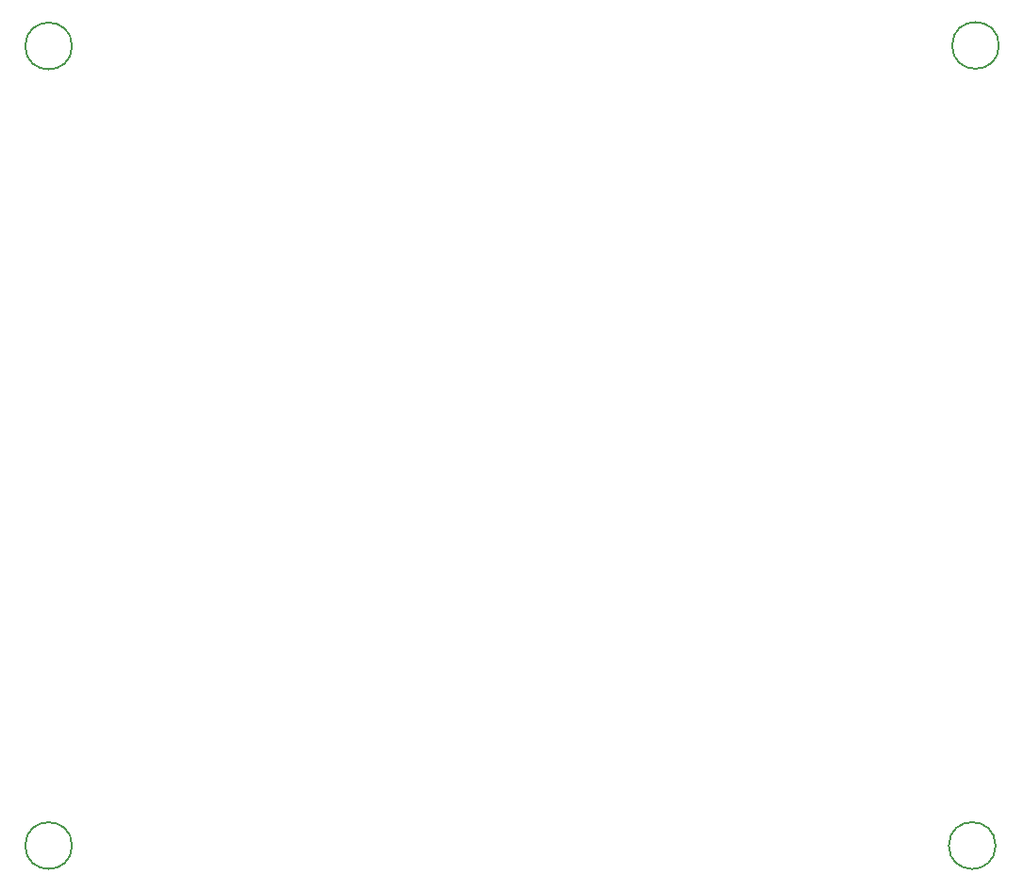
<source format=gbr>
%TF.GenerationSoftware,KiCad,Pcbnew,8.0.8*%
%TF.CreationDate,2025-03-13T11:35:54-04:00*%
%TF.ProjectId,ECE477-SeniorDesign,45434534-3737-42d5-9365-6e696f724465,rev?*%
%TF.SameCoordinates,Original*%
%TF.FileFunction,Other,Comment*%
%FSLAX46Y46*%
G04 Gerber Fmt 4.6, Leading zero omitted, Abs format (unit mm)*
G04 Created by KiCad (PCBNEW 8.0.8) date 2025-03-13 11:35:54*
%MOMM*%
%LPD*%
G01*
G04 APERTURE LIST*
%ADD10C,0.150000*%
G04 APERTURE END LIST*
D10*
%TO.C,H2*%
X117100000Y-119800000D02*
G75*
G02*
X112900000Y-119800000I-2100000J0D01*
G01*
X112900000Y-119800000D02*
G75*
G02*
X117100000Y-119800000I2100000J0D01*
G01*
%TO.C,H4*%
X199950000Y-119800000D02*
G75*
G02*
X195750000Y-119800000I-2100000J0D01*
G01*
X195750000Y-119800000D02*
G75*
G02*
X199950000Y-119800000I2100000J0D01*
G01*
%TO.C,H1*%
X117100000Y-48000000D02*
G75*
G02*
X112900000Y-48000000I-2100000J0D01*
G01*
X112900000Y-48000000D02*
G75*
G02*
X117100000Y-48000000I2100000J0D01*
G01*
%TO.C,H3*%
X200250000Y-47950000D02*
G75*
G02*
X196050000Y-47950000I-2100000J0D01*
G01*
X196050000Y-47950000D02*
G75*
G02*
X200250000Y-47950000I2100000J0D01*
G01*
%TD*%
M02*

</source>
